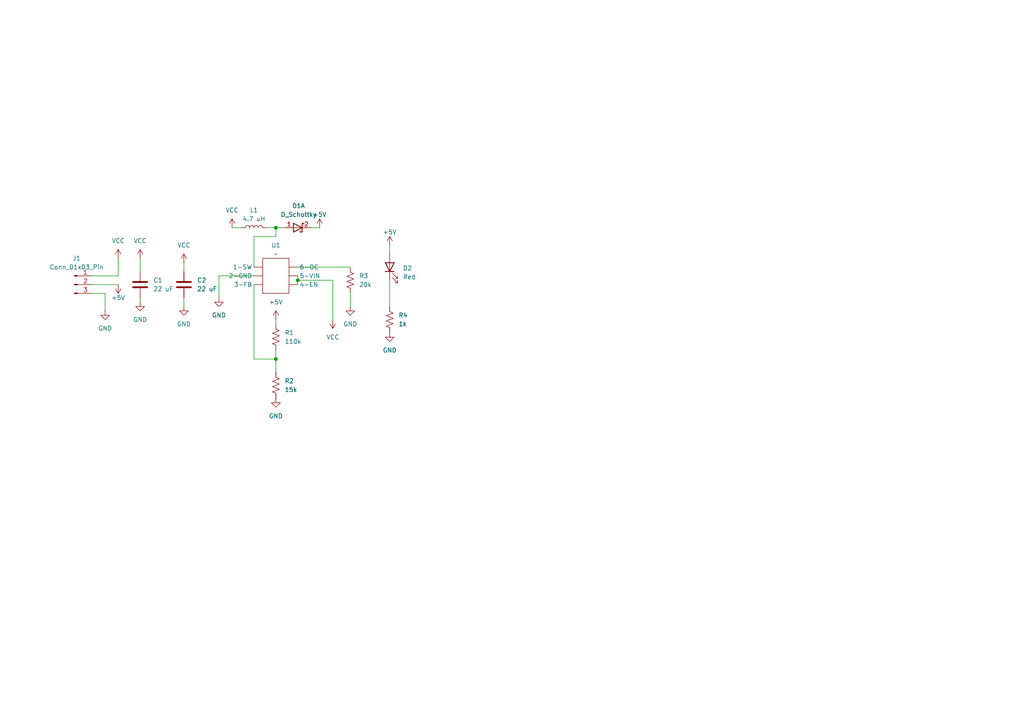
<source format=kicad_sch>
(kicad_sch (version 20250114) (generator "eeschema") (generator_version "9.0")
  (paper "A4")
  (lib_symbols
    (symbol "Connector:Conn_01x03_Pin" (pin_names (offset 1.016) (hide yes))
      (property "Reference" "J" (at 0 5.08 0))
      (property "Value" "Conn_01x03_Pin" (at 0 -5.08 0))
      (symbol "Conn_01x03_Pin_1_1"
        (rectangle (start 0.8636 2.667) (end 0 2.413) (stroke (width 0.1524)) (fill (type outline)))
        (rectangle (start 0.8636 0.127) (end 0 -0.127) (stroke (width 0.1524)) (fill (type outline)))
        (rectangle (start 0.8636 -2.413) (end 0 -2.667) (stroke (width 0.1524)) (fill (type outline)))
        (polyline (pts (xy 1.27 2.54) (xy 0.8636 2.54)) (stroke (width 0.1524)))
        (polyline (pts (xy 1.27 0) (xy 0.8636 0)) (stroke (width 0.1524)))
        (polyline (pts (xy 1.27 -2.54) (xy 0.8636 -2.54)) (stroke (width 0.1524)))
        (pin passive line (at 5.08 2.54 180) (length 3.81) (name "Pin_1") (number "1"))
        (pin passive line (at 5.08 0 180) (length 3.81) (name "Pin_2") (number "2"))
        (pin passive line (at 5.08 -2.54 180) (length 3.81) (name "Pin_3") (number "3"))
      )
    )
    (symbol "Device:C" (pin_numbers (hide yes)) (pin_names (offset 0.254))
      (property "Reference" "C" (at 0.635 2.54 0))
      (property "Value" "C" (at 0.635 -2.54 0))
      (symbol "C_0_1"
        (polyline (pts (xy -2.032 0.762) (xy 2.032 0.762)) (stroke (width 0.508)))
        (polyline (pts (xy -2.032 -0.762) (xy 2.032 -0.762)) (stroke (width 0.508)))
      )
      (symbol "C_1_1"
        (pin passive line (at 0 3.81 270) (length 2.794) (name "~") (number "1"))
        (pin passive line (at 0 -3.81 90) (length 2.794) (name "~") (number "2"))
      )
    )
    (symbol "Device:D_Schottky_Dual_Series_ACK_Split" (pin_names (offset 0.762) (hide yes))
      (property "Reference" "D" (at 0 2.54 0))
      (property "Value" "D_Schottky_Dual_Series_ACK_Split" (at 0 -2.54 0))
      (symbol "D_Schottky_Dual_Series_ACK_Split_0_1"
        (pin passive line (at 3.81 0 180) (length 2.54) (name "K") (number "2"))
      )
      (symbol "D_Schottky_Dual_Series_ACK_Split_1_1"
        (polyline (pts (xy -1.27 1.27) (xy 1.27 0) (xy -1.27 -1.27) (xy -1.27 1.27) (xy -1.27 1.27) (xy -1.27 1.27)) (stroke (width 0.254)))
        (polyline (pts (xy 1.27 0) (xy -1.27 0)))
        (polyline (pts (xy 1.778 1.016) (xy 1.778 1.27) (xy 1.27 1.27) (xy 1.27 -1.27) (xy 0.762 -1.27) (xy 0.762 -1.016)) (stroke (width 0.254)))
        (pin passive line (at -3.81 0 0) (length 2.54) (name "A") (number "1"))
      )
      (symbol "D_Schottky_Dual_Series_ACK_Split_2_1"
        (polyline (pts (xy -1.778 1.016) (xy -1.778 1.27) (xy -1.27 1.27) (xy -1.27 -1.27) (xy -0.762 -1.27) (xy -0.762 -1.016)) (stroke (width 0.254)))
        (polyline (pts (xy -1.27 0) (xy 1.27 0)))
        (polyline (pts (xy 1.27 1.27) (xy -1.27 0) (xy 1.27 -1.27) (xy 1.27 1.27) (xy 1.27 1.27) (xy 1.27 1.27)) (stroke (width 0.254)))
        (pin passive line (at -3.81 0 0) (length 2.54) (name "K") (number "3"))
      )
    )
    (symbol "Device:L" (pin_numbers (hide yes)) (pin_names (offset 1.016) (hide yes))
      (property "Reference" "L" (at -1.27 0 90))
      (property "Value" "L" (at 1.905 0 90))
      (symbol "L_0_1"
        (arc (start 0 2.54) (mid 0.6323 1.905) (end 0 1.27))
        (arc (start 0 1.27) (mid 0.6323 0.635) (end 0 0))
        (arc (start 0 0) (mid 0.6323 -0.635) (end 0 -1.27))
        (arc (start 0 -1.27) (mid 0.6323 -1.905) (end 0 -2.54))
      )
      (symbol "L_1_1"
        (pin passive line (at 0 3.81 270) (length 1.27) (name "1") (number "1"))
        (pin passive line (at 0 -3.81 90) (length 1.27) (name "2") (number "2"))
      )
    )
    (symbol "Device:LED" (pin_numbers (hide yes)) (pin_names (offset 1.016) (hide yes))
      (property "Reference" "D" (at 0 2.54 0))
      (property "Value" "LED" (at 0 -2.54 0))
      (symbol "LED_0_1"
        (polyline (pts (xy -3.048 -0.762) (xy -4.572 -2.286) (xy -3.81 -2.286) (xy -4.572 -2.286) (xy -4.572 -1.524)))
        (polyline (pts (xy -1.778 -0.762) (xy -3.302 -2.286) (xy -2.54 -2.286) (xy -3.302 -2.286) (xy -3.302 -1.524)))
        (polyline (pts (xy -1.27 0) (xy 1.27 0)))
        (polyline (pts (xy -1.27 -1.27) (xy -1.27 1.27)) (stroke (width 0.254)))
        (polyline (pts (xy 1.27 -1.27) (xy 1.27 1.27) (xy -1.27 0) (xy 1.27 -1.27)) (stroke (width 0.254)))
      )
      (symbol "LED_1_1"
        (pin passive line (at -3.81 0 0) (length 2.54) (name "K") (number "1"))
        (pin passive line (at 3.81 0 180) (length 2.54) (name "A") (number "2"))
      )
    )
    (symbol "Device:R_US" (pin_numbers (hide yes)) (pin_names (offset 0))
      (property "Reference" "R" (at 2.54 0 90))
      (property "Value" "R_US" (at -2.54 0 90))
      (symbol "R_US_0_1"
        (polyline (pts (xy 0 2.286) (xy 0 2.54)))
        (polyline (pts (xy 0 2.286) (xy 1.016 1.905) (xy 0 1.524) (xy -1.016 1.143) (xy 0 0.762)))
        (polyline (pts (xy 0 0.762) (xy 1.016 0.381) (xy 0 0) (xy -1.016 -0.381) (xy 0 -0.762)))
        (polyline (pts (xy 0 -0.762) (xy 1.016 -1.143) (xy 0 -1.524) (xy -1.016 -1.905) (xy 0 -2.286)))
        (polyline (pts (xy 0 -2.286) (xy 0 -2.54)))
      )
      (symbol "R_US_1_1"
        (pin passive line (at 0 3.81 270) (length 1.27) (name "~") (number "1"))
        (pin passive line (at 0 -3.81 90) (length 1.27) (name "~") (number "2"))
      )
    )
    (symbol "Sensor:Lboost_conv"
      (property "Reference" "U" (at 0 0 0))
      (symbol "Lboost_conv_0_1"
        (polyline (pts (xy -3.81 5.08) (xy -3.81 -5.08) (xy 3.81 -5.08) (xy 3.81 5.08) (xy -3.81 5.08)))
      )
      (symbol "Lboost_conv_1_1"
        (pin input line (at -3.81 2.54 180) (length 2.54) (name "1-SW") (number ""))
        (pin input line (at -3.81 0 180) (length 2.54) (name "2-GND") (number ""))
        (pin input line (at -3.81 -2.54 180) (length 2.54) (name "3-FB") (number ""))
        (pin input line (at 3.81 2.54 0) (length 2.54) (name "6-OC") (number ""))
        (pin input line (at 3.81 0 0) (length 2.54) (name "5-VIN") (number ""))
        (pin input line (at 3.81 -2.54 0) (length 2.54) (name "4-EN") (number ""))
      )
    )
    (symbol "power:+5V" (power) (pin_numbers (hide yes)) (pin_names (offset 0) (hide yes))
      (property "Value" "+5V" (at 0 3.556 0))
      (symbol "+5V_0_1"
        (polyline (pts (xy -0.762 1.27) (xy 0 2.54)))
        (polyline (pts (xy 0 2.54) (xy 0.762 1.27)))
        (polyline (pts (xy 0 0) (xy 0 2.54)))
      )
      (symbol "+5V_1_1"
        (pin power_in line (at 0 0 90) (length 0) (name "~") (number "1"))
      )
    )
    (symbol "power:GND" (power) (pin_numbers (hide yes)) (pin_names (offset 0) (hide yes))
      (property "Value" "GND" (at 0 -3.81 0))
      (symbol "GND_0_1"
        (polyline (pts (xy 0 0) (xy 0 -1.27) (xy 1.27 -1.27) (xy 0 -2.54) (xy -1.27 -1.27) (xy 0 -1.27)))
      )
      (symbol "GND_1_1"
        (pin power_in line (at 0 0 270) (length 0) (name "~") (number "1"))
      )
    )
    (symbol "power:VCC" (power) (pin_numbers (hide yes)) (pin_names (offset 0) (hide yes))
      (property "Value" "VCC" (at 0 3.556 0))
      (symbol "VCC_0_1"
        (polyline (pts (xy -0.762 1.27) (xy 0 2.54)))
        (polyline (pts (xy 0 2.54) (xy 0.762 1.27)))
        (polyline (pts (xy 0 0) (xy 0 2.54)))
      )
      (symbol "VCC_1_1"
        (pin power_in line (at 0 0 90) (length 0) (name "~") (number "1"))
      )
    )
  )
  (junction (at 80.01 104.14))
  (junction (at 80.01 66.04))
  (junction (at 86.36 81.28))
  (wire (pts (xy 34.29 80.01) (xy 34.29 74.93)))
  (wire (pts (xy 63.5 86.36) (xy 63.5 80.01)))
  (wire (pts (xy 63.5 80.01) (xy 73.66 80.01)))
  (wire (pts (xy 86.36 80.01) (xy 86.36 81.28)))
  (wire (pts (xy 67.31 66.04) (xy 69.85 66.04)))
  (wire (pts (xy 86.36 81.28) (xy 86.36 82.55)))
  (wire (pts (xy 77.47 66.04) (xy 80.01 66.04)))
  (wire (pts (xy 80.01 68.58) (xy 80.01 66.04)))
  (wire (pts (xy 113.03 81.28) (xy 113.03 88.9)))
  (wire (pts (xy 80.01 104.14) (xy 80.01 107.95)))
  (wire (pts (xy 26.67 85.09) (xy 30.48 85.09)))
  (wire (pts (xy 96.52 81.28) (xy 96.52 92.71)))
  (wire (pts (xy 73.66 77.47) (xy 73.66 68.58)))
  (wire (pts (xy 113.03 71.12) (xy 113.03 73.66)))
  (wire (pts (xy 86.36 81.28) (xy 96.52 81.28)))
  (wire (pts (xy 26.67 80.01) (xy 34.29 80.01)))
  (wire (pts (xy 30.48 85.09) (xy 30.48 90.17)))
  (wire (pts (xy 40.64 86.36) (xy 40.64 87.63)))
  (wire (pts (xy 80.01 66.04) (xy 82.55 66.04)))
  (wire (pts (xy 40.64 74.93) (xy 40.64 78.74)))
  (wire (pts (xy 86.36 77.47) (xy 101.6 77.47)))
  (wire (pts (xy 80.01 93.98) (xy 80.01 92.71)))
  (wire (pts (xy 73.66 82.55) (xy 73.66 104.14)))
  (wire (pts (xy 26.67 82.55) (xy 34.29 82.55)))
  (wire (pts (xy 53.34 76.2) (xy 53.34 78.74)))
  (wire (pts (xy 90.17 66.04) (xy 92.71 66.04)))
  (wire (pts (xy 101.6 85.09) (xy 101.6 88.9)))
  (wire (pts (xy 80.01 101.6) (xy 80.01 104.14)))
  (wire (pts (xy 80.01 104.14) (xy 73.66 104.14)))
  (wire (pts (xy 53.34 86.36) (xy 53.34 88.9)))
  (wire (pts (xy 73.66 68.58) (xy 80.01 68.58)))
  (symbol (lib_id "power:GND") (at 101.6 88.9 0) (unit 1)
    (property "Reference" "#PWR011" (effects (hide yes)))
    (property "Value" "GND" (at 101.6 93.98 0))
    (property "Description" "Power symbol creates a global label with name \"GND\" , ground" (effects (hide yes)))
  )
  (symbol (lib_id "Device:R_US") (at 80.01 111.76 0) (unit 1)
    (property "Reference" "R2" (at 82.55 110.4899 0) (effects (justify left)))
    (property "Value" "15k" (at 82.55 113.0299 0) (effects (justify left)))
    (property "Description" "Resistor, US symbol" (effects (hide yes)))
  )
  (symbol (lib_id "power:VCC") (at 34.29 74.93 0) (unit 1)
    (property "Reference" "#PWR01" (effects (hide yes)))
    (property "Value" "VCC" (at 34.29 69.85 0))
    (property "Description" "Power symbol creates a global label with name \"VCC\"" (effects (hide yes)))
  )
  (symbol (lib_id "power:+5V") (at 34.29 82.55 180) (unit 1)
    (property "Reference" "#PWR03" (effects (hide yes)))
    (property "Value" "+5V" (at 34.29 86.36 0))
    (property "Description" "Power symbol creates a global label with name \"+5V\"" (effects (hide yes)))
  )
  (symbol (lib_id "power:+5V") (at 80.01 92.71 0) (unit 1)
    (property "Reference" "#PWR08" (effects (hide yes)))
    (property "Value" "+5V" (at 80.01 87.63 0))
    (property "Description" "Power symbol creates a global label with name \"+5V\"" (effects (hide yes)))
  )
  (symbol (lib_id "power:GND") (at 113.03 96.52 0) (unit 1)
    (property "Reference" "#PWR016" (effects (hide yes)))
    (property "Value" "GND" (at 113.03 101.6 0))
    (property "Description" "Power symbol creates a global label with name \"GND\" , ground" (effects (hide yes)))
  )
  (symbol (lib_id "Device:D_Schottky_Dual_Series_ACK_Split") (at 86.36 66.04 0) (unit 1)
    (property "Reference" "D1" (at 86.614 59.69 0))
    (property "Value" "D_Schottky" (at 86.614 62.23 0))
    (property "Description" "Dual Schottky diode, anode/center/cathode" (effects (hide yes)))
  )
  (symbol (lib_id "power:+5V") (at 92.71 66.04 0) (unit 1)
    (property "Reference" "#PWR014" (effects (hide yes)))
    (property "Value" "+5V" (at 92.71 62.23 0))
    (property "Description" "Power symbol creates a global label with name \"+5V\"" (effects (hide yes)))
  )
  (symbol (lib_id "Device:LED") (at 113.03 77.47 90) (unit 1)
    (property "Reference" "D2" (at 116.84 77.7874 90) (effects (justify right)))
    (property "Value" "Red" (at 116.84 80.3274 90) (effects (justify right)))
    (property "Description" "Light emitting diode" (effects (hide yes)))
    (property "Sim.Pins" "1=K 2=A" (effects (hide yes)))
  )
  (symbol (lib_id "power:VCC") (at 40.64 74.93 0) (unit 1)
    (property "Reference" "#PWR04" (effects (hide yes)))
    (property "Value" "VCC" (at 40.64 69.85 0))
    (property "Description" "Power symbol creates a global label with name \"VCC\"" (effects (hide yes)))
  )
  (symbol (lib_id "power:GND") (at 80.01 115.57 0) (unit 1)
    (property "Reference" "#PWR09" (effects (hide yes)))
    (property "Value" "GND" (at 80.01 120.65 0))
    (property "Description" "Power symbol creates a global label with name \"GND\" , ground" (effects (hide yes)))
  )
  (symbol (lib_id "Sensor:Lboost_conv") (at 80.01 80.01 0) (unit 1)
    (property "Reference" "U1" (at 80.01 71.12 0))
    (property "Value" "~" (at 80.01 73.66 0))
  )
  (symbol (lib_id "power:VCC") (at 67.31 66.04 0) (unit 1)
    (property "Reference" "#PWR013" (effects (hide yes)))
    (property "Value" "VCC" (at 67.31 60.96 0))
    (property "Description" "Power symbol creates a global label with name \"VCC\"" (effects (hide yes)))
  )
  (symbol (lib_id "Connector:Conn_01x03_Pin") (at 21.59 82.55 0) (unit 1)
    (property "Reference" "J1" (at 22.225 74.93 0))
    (property "Value" "Conn_01x03_Pin" (at 22.225 77.47 0))
    (property "Description" "Generic connector, single row, 01x03, script generated" (effects (hide yes)))
  )
  (symbol (lib_id "power:GND") (at 30.48 90.17 0) (unit 1)
    (property "Reference" "#PWR02" (effects (hide yes)))
    (property "Value" "GND" (at 30.48 95.25 0))
    (property "Description" "Power symbol creates a global label with name \"GND\" , ground" (effects (hide yes)))
  )
  (symbol (lib_id "Device:C") (at 40.64 82.55 0) (unit 1)
    (property "Reference" "C1" (at 44.45 81.2799 0) (effects (justify left)))
    (property "Value" "22 uF" (at 44.45 83.8199 0) (effects (justify left)))
    (property "Description" "Unpolarized capacitor" (effects (hide yes)))
  )
  (symbol (lib_id "Device:R_US") (at 80.01 97.79 0) (unit 1)
    (property "Reference" "R1" (at 82.55 96.5199 0) (effects (justify left)))
    (property "Value" "110k" (at 82.55 99.0599 0) (effects (justify left)))
    (property "Description" "Resistor, US symbol" (effects (hide yes)))
  )
  (symbol (lib_id "power:GND") (at 53.34 88.9 0) (unit 1)
    (property "Reference" "#PWR06" (effects (hide yes)))
    (property "Value" "GND" (at 53.34 93.98 0))
    (property "Description" "Power symbol creates a global label with name \"GND\" , ground" (effects (hide yes)))
  )
  (symbol (lib_id "power:VCC") (at 53.34 76.2 0) (unit 1)
    (property "Reference" "#PWR07" (effects (hide yes)))
    (property "Value" "VCC" (at 53.34 71.12 0))
    (property "Description" "Power symbol creates a global label with name \"VCC\"" (effects (hide yes)))
  )
  (symbol (lib_id "Device:L") (at 73.66 66.04 90) (unit 1)
    (property "Reference" "L1" (at 73.66 60.96 90))
    (property "Value" "4.7 uH" (at 73.66 63.5 90))
    (property "Description" "Inductor" (effects (hide yes)))
  )
  (symbol (lib_id "power:GND") (at 63.5 86.36 0) (unit 1)
    (property "Reference" "#PWR012" (effects (hide yes)))
    (property "Value" "GND" (at 63.5 91.44 0))
    (property "Description" "Power symbol creates a global label with name \"GND\" , ground" (effects (hide yes)))
  )
  (symbol (lib_id "power:GND") (at 40.64 87.63 0) (unit 1)
    (property "Reference" "#PWR05" (effects (hide yes)))
    (property "Value" "GND" (at 40.64 92.71 0))
    (property "Description" "Power symbol creates a global label with name \"GND\" , ground" (effects (hide yes)))
  )
  (symbol (lib_id "power:+5V") (at 113.03 71.12 0) (unit 1)
    (property "Reference" "#PWR015" (effects (hide yes)))
    (property "Value" "+5V" (at 113.03 67.31 0))
    (property "Description" "Power symbol creates a global label with name \"+5V\"" (effects (hide yes)))
  )
  (symbol (lib_id "Device:R_US") (at 101.6 81.28 0) (unit 1)
    (property "Reference" "R3" (at 104.14 80.0099 0) (effects (justify left)))
    (property "Value" "20k" (at 104.14 82.5499 0) (effects (justify left)))
    (property "Description" "Resistor, US symbol" (effects (hide yes)))
  )
  (symbol (lib_id "Device:R_US") (at 113.03 92.71 0) (unit 1)
    (property "Reference" "R4" (at 115.57 91.4399 0) (effects (justify left)))
    (property "Value" "1k" (at 115.57 93.9799 0) (effects (justify left)))
    (property "Description" "Resistor, US symbol" (effects (hide yes)))
  )
  (symbol (lib_id "power:VCC") (at 96.52 92.71 180) (unit 1)
    (property "Reference" "#PWR010" (effects (hide yes)))
    (property "Value" "VCC" (at 96.52 97.79 0))
    (property "Description" "Power symbol creates a global label with name \"VCC\"" (effects (hide yes)))
  )
  (symbol (lib_id "Device:C") (at 53.34 82.55 0) (unit 1)
    (property "Reference" "C2" (at 57.15 81.2799 0) (effects (justify left)))
    (property "Value" "22 uF" (at 57.15 83.8199 0) (effects (justify left)))
    (property "Description" "Unpolarized capacitor" (effects (hide yes)))
  )
)
</source>
